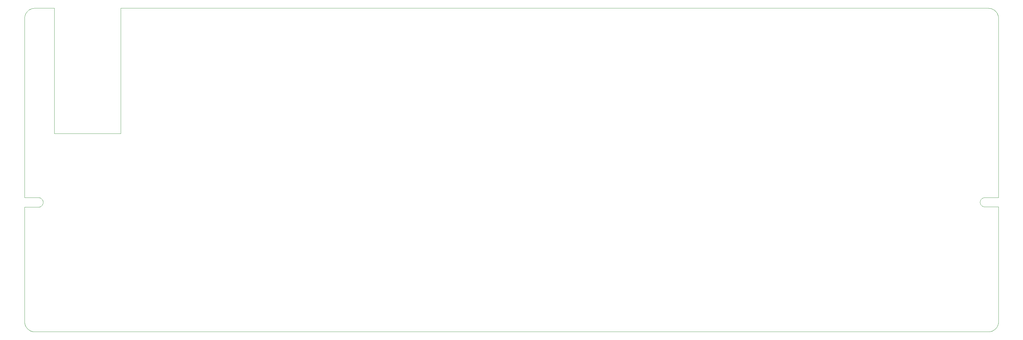
<source format=gm1>
G04 #@! TF.GenerationSoftware,KiCad,Pcbnew,8.0.3*
G04 #@! TF.CreationDate,2024-07-31T18:52:23+09:00*
G04 #@! TF.ProjectId,reviung46,72657669-756e-4673-9436-2e6b69636164,ver 0.1*
G04 #@! TF.SameCoordinates,Original*
G04 #@! TF.FileFunction,Profile,NP*
%FSLAX46Y46*%
G04 Gerber Fmt 4.6, Leading zero omitted, Abs format (unit mm)*
G04 Created by KiCad (PCBNEW 8.0.3) date 2024-07-31 18:52:23*
%MOMM*%
%LPD*%
G01*
G04 APERTURE LIST*
G04 #@! TA.AperFunction,Profile*
%ADD10C,0.090000*%
G04 #@! TD*
%ADD11C,0.090000*%
G04 APERTURE END LIST*
D10*
X20294978Y-78673026D02*
X24339929Y-78673026D01*
X302795198Y-115294531D02*
X23295000Y-115294531D01*
X29010004Y-57069618D02*
X48509793Y-57069618D01*
D11*
X23295000Y-115294531D02*
X23140607Y-115290627D01*
X22988243Y-115279043D01*
X22838096Y-115259967D01*
X22690354Y-115233586D01*
X22545204Y-115200090D01*
X22402837Y-115159666D01*
X22263440Y-115112504D01*
X22127201Y-115058792D01*
X21994310Y-114998718D01*
X21864954Y-114932470D01*
X21739322Y-114860237D01*
X21617602Y-114782208D01*
X21499983Y-114698570D01*
X21386654Y-114609513D01*
X21277801Y-114515224D01*
X21173615Y-114415893D01*
X21074284Y-114311707D01*
X20979995Y-114202855D01*
X20890938Y-114089525D01*
X20807300Y-113971906D01*
X20729271Y-113850186D01*
X20657038Y-113724554D01*
X20590790Y-113595199D01*
X20530716Y-113462307D01*
X20477004Y-113326069D01*
X20429842Y-113186672D01*
X20389418Y-113044304D01*
X20355922Y-112899155D01*
X20329541Y-112751413D01*
X20310465Y-112601265D01*
X20298881Y-112448901D01*
X20294978Y-112294510D01*
X25740102Y-77272487D02*
X25732872Y-77129391D01*
X25711655Y-76990423D01*
X25677152Y-76856287D01*
X25630068Y-76727686D01*
X25571106Y-76605326D01*
X25500971Y-76489910D01*
X25420367Y-76382143D01*
X25329997Y-76282730D01*
X25230564Y-76192374D01*
X25122774Y-76111781D01*
X25007330Y-76041654D01*
X24884935Y-75982698D01*
X24756293Y-75935617D01*
X24622109Y-75901116D01*
X24483086Y-75879898D01*
X24339929Y-75872670D01*
D10*
X305795209Y-75905484D02*
X301761906Y-75905484D01*
X20294978Y-75872670D02*
X20294978Y-23294667D01*
D11*
X302795198Y-20295000D02*
X302949558Y-20298903D01*
X303101895Y-20310487D01*
X303252018Y-20329563D01*
X303399741Y-20355943D01*
X303544873Y-20389439D01*
X303687227Y-20429861D01*
X303826613Y-20477022D01*
X303962844Y-20530733D01*
X304095730Y-20590805D01*
X304225083Y-20657049D01*
X304350714Y-20729279D01*
X304472435Y-20807304D01*
X304590057Y-20890936D01*
X304703391Y-20979988D01*
X304812249Y-21074270D01*
X304916443Y-21173593D01*
X305015783Y-21277771D01*
X305110080Y-21386613D01*
X305199148Y-21499931D01*
X305282795Y-21617538D01*
X305360835Y-21739244D01*
X305433079Y-21864861D01*
X305499337Y-21994200D01*
X305559422Y-22127074D01*
X305613144Y-22263293D01*
X305660315Y-22402669D01*
X305700747Y-22545013D01*
X305734250Y-22690138D01*
X305760636Y-22837854D01*
X305779717Y-22987973D01*
X305791304Y-23140307D01*
X305795209Y-23294667D01*
X20294978Y-23294667D02*
X20298881Y-23140307D01*
X20310465Y-22987973D01*
X20329541Y-22837854D01*
X20355922Y-22690138D01*
X20389418Y-22545013D01*
X20429842Y-22402669D01*
X20477004Y-22263293D01*
X20530716Y-22127074D01*
X20590790Y-21994200D01*
X20657038Y-21864861D01*
X20729271Y-21739244D01*
X20807300Y-21617538D01*
X20890938Y-21499931D01*
X20979995Y-21386613D01*
X21074284Y-21277771D01*
X21173615Y-21173593D01*
X21277801Y-21074270D01*
X21386654Y-20979988D01*
X21499983Y-20890936D01*
X21617602Y-20807304D01*
X21739322Y-20729279D01*
X21864954Y-20657049D01*
X21994310Y-20590805D01*
X22127201Y-20530733D01*
X22263440Y-20477022D01*
X22402837Y-20429861D01*
X22545204Y-20389439D01*
X22690354Y-20355943D01*
X22838096Y-20329563D01*
X22988243Y-20310487D01*
X23140607Y-20298903D01*
X23295000Y-20295000D01*
D10*
X48509793Y-20295000D02*
X302795198Y-20295000D01*
X48509793Y-57069618D02*
X48509793Y-20295000D01*
X301761906Y-78604932D02*
X305795209Y-78604932D01*
X23295000Y-20295000D02*
X29010004Y-20295000D01*
D11*
X24339929Y-78673026D02*
X24483086Y-78665792D01*
X24622109Y-78644563D01*
X24756293Y-78610043D01*
X24884935Y-78562936D01*
X25007330Y-78503947D01*
X25122774Y-78433782D01*
X25230564Y-78353145D01*
X25329997Y-78262742D01*
X25420367Y-78163276D01*
X25500971Y-78055453D01*
X25571106Y-77939977D01*
X25630068Y-77817555D01*
X25677152Y-77688889D01*
X25711655Y-77554686D01*
X25732872Y-77415650D01*
X25740102Y-77272487D01*
D10*
X24339929Y-75872670D02*
X20294978Y-75872670D01*
X29010004Y-20295000D02*
X29010004Y-57069618D01*
X20294978Y-112294510D02*
X20294978Y-78673026D01*
X305795209Y-23294667D02*
X305795209Y-75905484D01*
D11*
X300412182Y-77254863D02*
X300419150Y-77392864D01*
X300439603Y-77526888D01*
X300472862Y-77656253D01*
X300518250Y-77780281D01*
X300575086Y-77898292D01*
X300642693Y-78009606D01*
X300720393Y-78113544D01*
X300807507Y-78209426D01*
X300903356Y-78296573D01*
X301007262Y-78374305D01*
X301118547Y-78441943D01*
X301236532Y-78498807D01*
X301360539Y-78544217D01*
X301489889Y-78577494D01*
X301623904Y-78597959D01*
X301761906Y-78604932D01*
D10*
X305795209Y-78604932D02*
X305795209Y-112294510D01*
D11*
X301761906Y-75905484D02*
X301623904Y-75912448D01*
X301489889Y-75932891D01*
X301360539Y-75966134D01*
X301236532Y-76011499D01*
X301118547Y-76068310D01*
X301007262Y-76135889D01*
X300903356Y-76213558D01*
X300807507Y-76300640D01*
X300720393Y-76396458D01*
X300642693Y-76500333D01*
X300575086Y-76611589D01*
X300518250Y-76729548D01*
X300472862Y-76853532D01*
X300439603Y-76982864D01*
X300419150Y-77116867D01*
X300412182Y-77254863D01*
X305795209Y-112294510D02*
X305791304Y-112448901D01*
X305779717Y-112601265D01*
X305760636Y-112751413D01*
X305734250Y-112899155D01*
X305700747Y-113044304D01*
X305660315Y-113186672D01*
X305613144Y-113326069D01*
X305559422Y-113462307D01*
X305499337Y-113595199D01*
X305433079Y-113724554D01*
X305360835Y-113850186D01*
X305282795Y-113971906D01*
X305199148Y-114089525D01*
X305110080Y-114202855D01*
X305015783Y-114311707D01*
X304916443Y-114415893D01*
X304812249Y-114515224D01*
X304703391Y-114609513D01*
X304590057Y-114698570D01*
X304472435Y-114782208D01*
X304350714Y-114860237D01*
X304225083Y-114932470D01*
X304095730Y-114998718D01*
X303962844Y-115058792D01*
X303826613Y-115112504D01*
X303687227Y-115159666D01*
X303544873Y-115200090D01*
X303399741Y-115233586D01*
X303252018Y-115259967D01*
X303101895Y-115279043D01*
X302949558Y-115290627D01*
X302795198Y-115294531D01*
M02*

</source>
